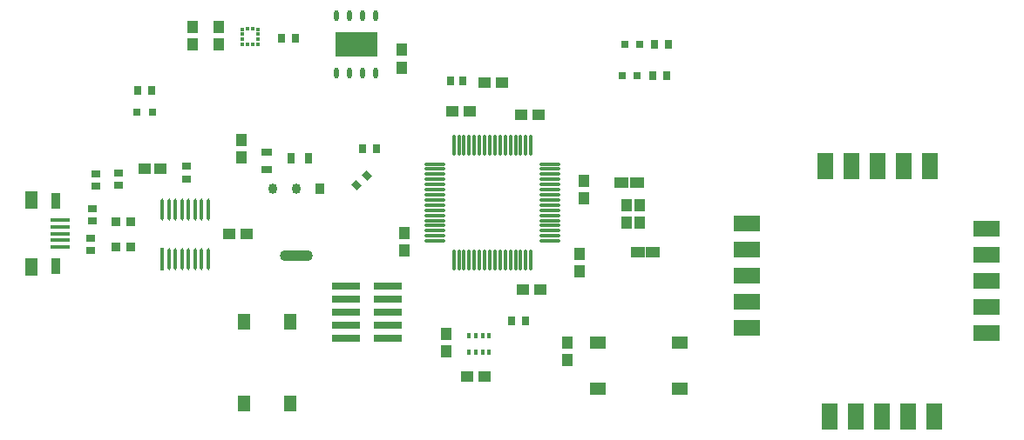
<source format=gtp>
G04*
G04 #@! TF.GenerationSoftware,Altium Limited,Altium Designer,23.5.1 (21)*
G04*
G04 Layer_Color=8421504*
%FSLAX44Y44*%
%MOMM*%
G71*
G04*
G04 #@! TF.SameCoordinates,9C90234E-4C54-4D27-9D2C-81E7689CD50F*
G04*
G04*
G04 #@! TF.FilePolarity,Positive*
G04*
G01*
G75*
%ADD17R,0.3130X0.3350*%
%ADD18R,0.3130X0.3350*%
%ADD19R,0.3350X0.3130*%
%ADD20R,0.3350X0.3130*%
%ADD21R,0.3350X0.3130*%
%ADD22R,0.3350X0.3130*%
%ADD23R,1.3000X1.6900*%
%ADD24R,0.9000X1.6250*%
%ADD25R,1.8500X0.4000*%
%ADD26R,1.5500X1.3000*%
%ADD27R,1.3000X1.5500*%
%ADD28R,1.3311X1.0121*%
%ADD29R,1.2500X1.1000*%
%ADD30O,0.3000X2.1000*%
%ADD31O,2.1000X0.3000*%
%ADD32R,1.1000X1.2500*%
%ADD33R,2.7900X0.7400*%
%ADD34R,1.5240X2.5400*%
%ADD35R,2.5400X1.5240*%
%ADD36R,1.0000X1.2000*%
%ADD37R,0.6587X0.8121*%
%ADD38R,0.8000X0.8000*%
%ADD39O,0.4500X1.1000*%
%ADD40R,4.1000X2.4000*%
%ADD41R,0.3450X2.2000*%
G04:AMPARAMS|DCode=42|XSize=2.2mm|YSize=0.345mm|CornerRadius=0.1725mm|HoleSize=0mm|Usage=FLASHONLY|Rotation=90.000|XOffset=0mm|YOffset=0mm|HoleType=Round|Shape=RoundedRectangle|*
%AMROUNDEDRECTD42*
21,1,2.2000,0.0000,0,0,90.0*
21,1,1.8550,0.3450,0,0,90.0*
1,1,0.3450,0.0000,0.9275*
1,1,0.3450,0.0000,-0.9275*
1,1,0.3450,0.0000,-0.9275*
1,1,0.3450,0.0000,0.9275*
%
%ADD42ROUNDEDRECTD42*%
%ADD43R,0.8721X1.0043*%
G04:AMPARAMS|DCode=44|XSize=1.0043mm|YSize=0.8721mm|CornerRadius=0.4361mm|HoleSize=0mm|Usage=FLASHONLY|Rotation=270.000|XOffset=0mm|YOffset=0mm|HoleType=Round|Shape=RoundedRectangle|*
%AMROUNDEDRECTD44*
21,1,1.0043,0.0000,0,0,270.0*
21,1,0.1322,0.8721,0,0,270.0*
1,1,0.8721,0.0000,-0.0661*
1,1,0.8721,0.0000,0.0661*
1,1,0.8721,0.0000,0.0661*
1,1,0.8721,0.0000,-0.0661*
%
%ADD44ROUNDEDRECTD44*%
G04:AMPARAMS|DCode=45|XSize=1.0043mm|YSize=3.1821mm|CornerRadius=0.4369mm|HoleSize=0mm|Usage=FLASHONLY|Rotation=270.000|XOffset=0mm|YOffset=0mm|HoleType=Round|Shape=RoundedRectangle|*
%AMROUNDEDRECTD45*
21,1,1.0043,2.3084,0,0,270.0*
21,1,0.1306,3.1821,0,0,270.0*
1,1,0.8737,-1.1542,-0.0653*
1,1,0.8737,-1.1542,0.0653*
1,1,0.8737,1.1542,0.0653*
1,1,0.8737,1.1542,-0.0653*
%
%ADD45ROUNDEDRECTD45*%
%ADD46R,0.6500X1.0500*%
%ADD47R,0.9350X0.9621*%
%ADD48R,0.9000X0.7500*%
G04:AMPARAMS|DCode=49|XSize=0.6587mm|YSize=0.8121mm|CornerRadius=0mm|HoleSize=0mm|Usage=FLASHONLY|Rotation=225.000|XOffset=0mm|YOffset=0mm|HoleType=Round|Shape=Rectangle|*
%AMROTATEDRECTD49*
4,1,4,-0.0542,0.5200,0.5200,-0.0542,0.0542,-0.5200,-0.5200,0.0542,-0.0542,0.5200,0.0*
%
%ADD49ROTATEDRECTD49*%

%ADD50R,1.0500X0.6500*%
%ADD51R,1.3061X1.0582*%
%ADD52R,0.7500X0.9000*%
%ADD53R,0.3500X0.5000*%
D17*
X482600Y933446D02*
D03*
X487600Y948685D02*
D03*
D18*
X487600Y933446D02*
D03*
X482599Y948685D02*
D03*
D19*
X477475Y948565D02*
D03*
X492725Y933565D02*
D03*
D20*
X477471Y943565D02*
D03*
X492725Y948565D02*
D03*
X492729Y943565D02*
D03*
D21*
X477470Y938565D02*
D03*
D22*
X477474Y933565D02*
D03*
X492726Y938560D02*
D03*
D23*
X272021Y716920D02*
D03*
Y782320D02*
D03*
D24*
X295621Y717495D02*
D03*
Y781745D02*
D03*
D25*
X300371Y736620D02*
D03*
Y743120D02*
D03*
Y749620D02*
D03*
Y756120D02*
D03*
Y762620D02*
D03*
D26*
X902361Y598530D02*
D03*
X822861D02*
D03*
X902361Y643530D02*
D03*
X822861D02*
D03*
D27*
X479150Y583820D02*
D03*
Y663320D02*
D03*
X524150Y583820D02*
D03*
Y663320D02*
D03*
D28*
X845820Y798830D02*
D03*
X860631D02*
D03*
X861275Y731520D02*
D03*
X876085D02*
D03*
D29*
X765420Y864870D02*
D03*
X748420D02*
D03*
X481260Y749300D02*
D03*
X464260D02*
D03*
X712760Y610479D02*
D03*
X695760D02*
D03*
X749690Y694690D02*
D03*
X766690D02*
D03*
X729860Y896620D02*
D03*
X712860D02*
D03*
X698110Y868680D02*
D03*
X681110D02*
D03*
D30*
X757637Y723827D02*
D03*
X752638D02*
D03*
X747637D02*
D03*
X742638D02*
D03*
X737637D02*
D03*
X732638D02*
D03*
X727637D02*
D03*
X722638D02*
D03*
X717637D02*
D03*
X712638D02*
D03*
X707637D02*
D03*
X702638D02*
D03*
X697637D02*
D03*
X692638D02*
D03*
X687637D02*
D03*
X682638D02*
D03*
Y835828D02*
D03*
X687637D02*
D03*
X692638D02*
D03*
X697637D02*
D03*
X702638D02*
D03*
X707637D02*
D03*
X712638D02*
D03*
X717637D02*
D03*
X722638D02*
D03*
X727637D02*
D03*
X732638D02*
D03*
X737637D02*
D03*
X742638D02*
D03*
X747637D02*
D03*
X752638D02*
D03*
X757637D02*
D03*
D31*
X664137Y742328D02*
D03*
Y747327D02*
D03*
Y752328D02*
D03*
Y757327D02*
D03*
Y762328D02*
D03*
Y767327D02*
D03*
Y772328D02*
D03*
Y777327D02*
D03*
Y782328D02*
D03*
Y787327D02*
D03*
Y792328D02*
D03*
Y797327D02*
D03*
Y802328D02*
D03*
Y807327D02*
D03*
Y812328D02*
D03*
Y817327D02*
D03*
X776138D02*
D03*
Y812328D02*
D03*
Y807327D02*
D03*
Y802328D02*
D03*
Y797327D02*
D03*
Y792328D02*
D03*
Y787327D02*
D03*
Y782328D02*
D03*
Y777327D02*
D03*
Y772328D02*
D03*
Y767327D02*
D03*
Y762328D02*
D03*
Y757327D02*
D03*
Y752328D02*
D03*
Y747327D02*
D03*
Y742328D02*
D03*
D32*
X635095Y750180D02*
D03*
Y733180D02*
D03*
X808990Y800980D02*
D03*
Y783980D02*
D03*
X631873Y911330D02*
D03*
Y928330D02*
D03*
X454726Y933835D02*
D03*
Y950835D02*
D03*
X429326Y933835D02*
D03*
Y950835D02*
D03*
X792819Y626500D02*
D03*
Y643500D02*
D03*
X675050Y635022D02*
D03*
Y652022D02*
D03*
X476596Y840373D02*
D03*
Y823372D02*
D03*
X805180Y712860D02*
D03*
Y729860D02*
D03*
D33*
X577820Y698499D02*
D03*
Y685799D02*
D03*
Y673099D02*
D03*
Y660399D02*
D03*
Y647699D02*
D03*
X618520D02*
D03*
Y660399D02*
D03*
Y673099D02*
D03*
Y685799D02*
D03*
Y698499D02*
D03*
D34*
X1047750Y571500D02*
D03*
X1073150D02*
D03*
X1098550D02*
D03*
X1123950D02*
D03*
X1149350D02*
D03*
X1145540Y815340D02*
D03*
X1094740D02*
D03*
X1069340D02*
D03*
X1043940D02*
D03*
X1120140D02*
D03*
D35*
X1200150Y652780D02*
D03*
Y678180D02*
D03*
Y703580D02*
D03*
Y728980D02*
D03*
Y754380D02*
D03*
X967740Y759460D02*
D03*
Y734060D02*
D03*
Y708660D02*
D03*
Y683260D02*
D03*
Y657860D02*
D03*
D36*
X863294Y760227D02*
D03*
Y777227D02*
D03*
X850294D02*
D03*
Y760227D02*
D03*
D37*
X889460Y903017D02*
D03*
X875926D02*
D03*
X529220Y939795D02*
D03*
X515686D02*
D03*
X738723Y664210D02*
D03*
X752257D02*
D03*
X593943Y831850D02*
D03*
X607477D02*
D03*
X375920Y889000D02*
D03*
X389454D02*
D03*
X877436Y933450D02*
D03*
X890971D02*
D03*
D38*
X846162Y902970D02*
D03*
X861163D02*
D03*
X863600Y933450D02*
D03*
X848600D02*
D03*
X389770Y867457D02*
D03*
X374770D02*
D03*
D39*
X607060Y961800D02*
D03*
X594360D02*
D03*
X581660D02*
D03*
X568960D02*
D03*
Y905800D02*
D03*
X581660D02*
D03*
X594360D02*
D03*
X607060D02*
D03*
D40*
X588010Y933800D02*
D03*
D41*
X399723Y724538D02*
D03*
D42*
X406073D02*
D03*
X412423D02*
D03*
X418773D02*
D03*
X425123D02*
D03*
X431473D02*
D03*
X437823D02*
D03*
X444173D02*
D03*
Y772537D02*
D03*
X437823D02*
D03*
X431473D02*
D03*
X425123D02*
D03*
X418773D02*
D03*
X412423D02*
D03*
X406073D02*
D03*
X399723D02*
D03*
D43*
X552477Y793606D02*
D03*
D44*
X529577D02*
D03*
X506678D02*
D03*
D45*
X529577Y727706D02*
D03*
D46*
X524900Y822960D02*
D03*
X541900D02*
D03*
D47*
X354796Y760730D02*
D03*
X369104D02*
D03*
X354796Y736600D02*
D03*
X369104D02*
D03*
D48*
X422910Y802990D02*
D03*
Y814990D02*
D03*
X331470Y761683D02*
D03*
Y773682D02*
D03*
X330200Y745140D02*
D03*
Y733140D02*
D03*
X356930Y796640D02*
D03*
Y808640D02*
D03*
X334744Y795973D02*
D03*
Y807972D02*
D03*
D49*
X588305Y796585D02*
D03*
X597875Y806155D02*
D03*
D50*
X500639Y811920D02*
D03*
Y828920D02*
D03*
D51*
X382129Y812800D02*
D03*
X397651D02*
D03*
D52*
X679800Y897890D02*
D03*
X691800D02*
D03*
D53*
X697593Y634252D02*
D03*
X704093D02*
D03*
X710592D02*
D03*
X717093D02*
D03*
Y650252D02*
D03*
X710592D02*
D03*
X704093D02*
D03*
X697593D02*
D03*
M02*

</source>
